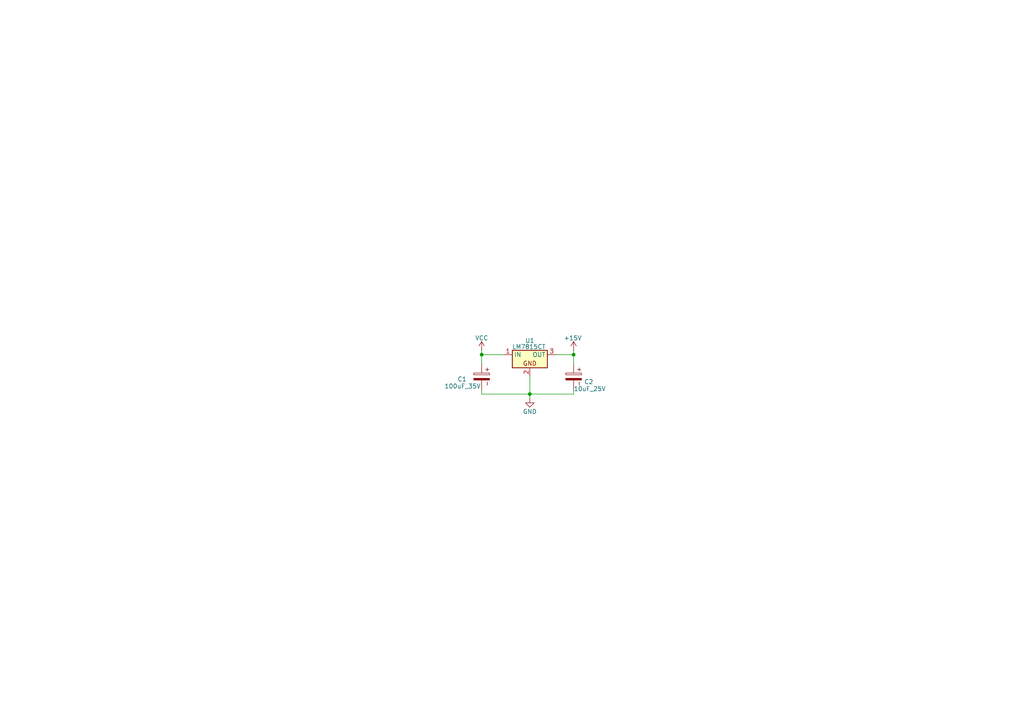
<source format=kicad_sch>
(kicad_sch (version 20250114) (generator "eeschema") (generator_version "9.0")
  (paper "A4")
  (lib_symbols
    (symbol "PCM_SL_Capacitors:100uF_25V"
      (property "Reference" "C" (at 0 7.62 0))
      (property "Value" "100uF_25V" (at 0 5.08 0))
      (symbol "100uF_25V_0_0"
        (text "+" (at -2.032 1.524 0) (effects (font (size 1.27 1.27))))
        (text "-" (at 2.032 1.524 0) (effects (font (size 1.27 1.27))))
      )
      (symbol "100uF_25V_0_1"
        (rectangle (start -1.016 -2.286) (end -0.508 2.286))
        (rectangle (start 0.508 -2.286) (end 1.016 2.286) (fill (type outline)))
      )
      (symbol "100uF_25V_1_1"
        (pin passive line (at -3.81 0 0) (length 2.7) (name "~") (number "1"))
        (pin input line (at 3.81 0 180) (length 2.7) (name "~") (number "2"))
      )
    )
    (symbol "PCM_SL_Capacitors:10uF_25V"
      (property "Reference" "C" (at 0 7.62 0))
      (property "Value" "10uF_25V" (at 0 5.08 0))
      (symbol "10uF_25V_0_0"
        (text "+" (at -2.032 1.524 0) (effects (font (size 1.27 1.27))))
        (text "-" (at 2.032 1.524 0) (effects (font (size 1.27 1.27))))
      )
      (symbol "10uF_25V_0_1"
        (rectangle (start -1.016 -2.286) (end -0.508 2.286))
        (rectangle (start 0.508 -2.286) (end 1.016 2.286) (fill (type outline)))
      )
      (symbol "10uF_25V_1_1"
        (pin passive line (at -3.81 0 0) (length 2.7) (name "~") (number "1"))
        (pin input line (at 3.81 0 180) (length 2.7) (name "~") (number "2"))
      )
    )
    (symbol "PCM_Voltage_Regulator_AKL:LM7815CT"
      (property "Reference" "U" (at 0 6.35 0))
      (property "Value" "LM7815CT" (at 0 3.81 0))
      (symbol "LM7815CT_0_0"
        (rectangle (start -5.08 1.27) (end 5.08 -3.81) (stroke (width 0.254)) (fill (type background)))
        (text "GND" (at 0 -2.54 0) (effects (font (size 1.27 1.27))))
      )
      (symbol "LM7815CT_1_1"
        (pin power_in line (at -7.62 0 0) (length 2.54) (name "IN") (number "1"))
        (pin power_in line (at 0 -6.35 90) (length 2.54) (name "~") (number "2"))
        (pin power_out line (at 7.62 0 180) (length 2.54) (name "OUT") (number "3"))
      )
    )
    (symbol "power:+15V" (power) (pin_numbers (hide yes)) (pin_names (offset 0) (hide yes))
      (property "Value" "+15V" (at 0 3.556 0))
      (symbol "+15V_0_1"
        (polyline (pts (xy -0.762 1.27) (xy 0 2.54)))
        (polyline (pts (xy 0 2.54) (xy 0.762 1.27)))
        (polyline (pts (xy 0 0) (xy 0 2.54)))
      )
      (symbol "+15V_1_1"
        (pin power_in line (at 0 0 90) (length 0) (name "~") (number "1"))
      )
    )
    (symbol "power:GND" (power) (pin_numbers (hide yes)) (pin_names (offset 0) (hide yes))
      (property "Value" "GND" (at 0 -3.81 0))
      (symbol "GND_0_1"
        (polyline (pts (xy 0 0) (xy 0 -1.27) (xy 1.27 -1.27) (xy 0 -2.54) (xy -1.27 -1.27) (xy 0 -1.27)))
      )
      (symbol "GND_1_1"
        (pin power_in line (at 0 0 270) (length 0) (name "~") (number "1"))
      )
    )
    (symbol "power:VCC" (power) (pin_numbers (hide yes)) (pin_names (offset 0) (hide yes))
      (property "Value" "VCC" (at 0 3.556 0))
      (symbol "VCC_0_1"
        (polyline (pts (xy -0.762 1.27) (xy 0 2.54)))
        (polyline (pts (xy 0 2.54) (xy 0.762 1.27)))
        (polyline (pts (xy 0 0) (xy 0 2.54)))
      )
      (symbol "VCC_1_1"
        (pin power_in line (at 0 0 90) (length 0) (name "~") (number "1"))
      )
    )
  )
  (junction (at 153.67 114.3))
  (junction (at 166.37 102.87))
  (junction (at 139.7 102.87))
  (wire (pts (xy 166.37 113.03) (xy 166.37 114.3)))
  (wire (pts (xy 161.29 102.87) (xy 166.37 102.87)))
  (wire (pts (xy 139.7 101.6) (xy 139.7 102.87)))
  (wire (pts (xy 166.37 102.87) (xy 166.37 105.41)))
  (wire (pts (xy 139.7 102.87) (xy 146.05 102.87)))
  (wire (pts (xy 153.67 109.22) (xy 153.67 114.3)))
  (wire (pts (xy 139.7 102.87) (xy 139.7 105.41)))
  (wire (pts (xy 166.37 101.6) (xy 166.37 102.87)))
  (wire (pts (xy 153.67 114.3) (xy 153.67 115.57)))
  (wire (pts (xy 139.7 113.03) (xy 139.7 114.3)))
  (wire (pts (xy 153.67 114.3) (xy 166.37 114.3)))
  (wire (pts (xy 139.7 114.3) (xy 153.67 114.3)))
  (symbol (lib_id "power:+15V") (at 166.37 101.6 0) (unit 1)
    (property "Reference" "#PWR02" (effects (hide yes)))
    (property "Value" "+15V" (at 166.116 98.044 0))
    (property "Description" "Power symbol creates a global label with name \"+15V\"" (effects (hide yes)))
  )
  (symbol (lib_id "power:VCC") (at 139.7 101.6 0) (unit 1)
    (property "Reference" "#PWR04" (effects (hide yes)))
    (property "Value" "VCC" (at 139.7 98.044 0))
    (property "Description" "Power symbol creates a global label with name \"VCC\"" (effects (hide yes)))
  )
  (symbol (lib_id "PCM_Voltage_Regulator_AKL:LM7815CT") (at 153.67 102.87 0) (unit 1)
    (property "Reference" "U1" (at 153.67 98.806 0))
    (property "Value" "LM7815CT" (at 153.416 100.584 0))
    (property "Footprint" "PCM_Package_TO_SOT_THT_AKL:TO-220-3_Vertical" (effects (hide yes)))
    (property "Datasheet" "https://datasheet.octopart.com/LM7805CT-Fairchild-datasheet-5337151.pdf" (effects (hide yes)))
    (property "Description" "TO-220 15V 1A 3-terminal voltage regulator, Alternate KiCad Library" (effects (hide yes)))
  )
  (symbol (lib_id "power:GND") (at 153.67 115.57 0) (unit 1)
    (property "Reference" "#PWR01" (effects (hide yes)))
    (property "Value" "GND" (at 153.67 119.38 0))
    (property "Description" "Power symbol creates a global label with name \"GND\" , ground" (effects (hide yes)))
  )
  (symbol (lib_id "PCM_SL_Capacitors:10uF_25V") (at 166.37 109.22 270) (unit 1)
    (property "Reference" "C2" (at 169.418 110.744 90) (effects (justify left)))
    (property "Value" "10uF_25V" (at 166.37 112.776 90) (effects (justify left)))
    (property "Footprint" "Capacitor_THT:CP_Radial_D5.0mm_P2.00mm" (effects (hide yes)))
    (property "Description" "10uF, 25V Electrolytic Capacitor" (effects (hide yes)))
  )
  (symbol (lib_id "PCM_SL_Capacitors:100uF_25V") (at 139.7 109.22 270) (unit 1)
    (property "Reference" "C1" (at 135.382 109.982 90) (effects (justify right)))
    (property "Value" "100uF_35V" (at 139.446 112.014 90) (effects (justify right)))
    (property "Footprint" "Capacitor_THT:CP_Radial_D6.3mm_P2.50mm" (effects (hide yes)))
    (property "Description" "100uF, 25V Electrolytic Capacitor" (effects (hide yes)))
  )
)
</source>
